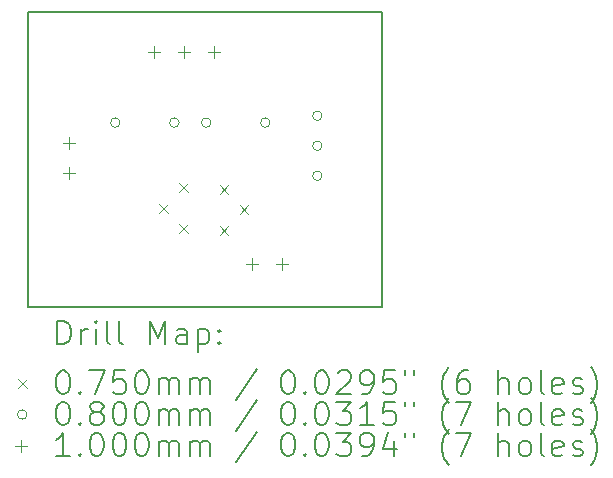
<source format=gbr>
%FSLAX45Y45*%
G04 Gerber Fmt 4.5, Leading zero omitted, Abs format (unit mm)*
G04 Created by KiCad (PCBNEW (6.0.4)) date 2022-04-19 23:10:41*
%MOMM*%
%LPD*%
G01*
G04 APERTURE LIST*
%TA.AperFunction,Profile*%
%ADD10C,0.150000*%
%TD*%
%ADD11C,0.200000*%
%ADD12C,0.075000*%
%ADD13C,0.080000*%
%ADD14C,0.100000*%
G04 APERTURE END LIST*
D10*
X9990000Y-6900000D02*
X12990000Y-6900000D01*
X12990000Y-6900000D02*
X12990000Y-9400000D01*
X12990000Y-9400000D02*
X9990000Y-9400000D01*
X9990000Y-9400000D02*
X9990000Y-6900000D01*
D11*
D12*
X11098500Y-8529500D02*
X11173500Y-8604500D01*
X11173500Y-8529500D02*
X11098500Y-8604500D01*
X11268500Y-8349500D02*
X11343500Y-8424500D01*
X11343500Y-8349500D02*
X11268500Y-8424500D01*
X11268500Y-8699500D02*
X11343500Y-8774500D01*
X11343500Y-8699500D02*
X11268500Y-8774500D01*
X11612500Y-8367500D02*
X11687500Y-8442500D01*
X11687500Y-8367500D02*
X11612500Y-8442500D01*
X11612500Y-8717500D02*
X11687500Y-8792500D01*
X11687500Y-8717500D02*
X11612500Y-8792500D01*
X11782500Y-8537500D02*
X11857500Y-8612500D01*
X11857500Y-8537500D02*
X11782500Y-8612500D01*
D13*
X10770000Y-7840000D02*
G75*
G03*
X10770000Y-7840000I-40000J0D01*
G01*
X11270000Y-7840000D02*
G75*
G03*
X11270000Y-7840000I-40000J0D01*
G01*
X11540000Y-7840000D02*
G75*
G03*
X11540000Y-7840000I-40000J0D01*
G01*
X12040000Y-7840000D02*
G75*
G03*
X12040000Y-7840000I-40000J0D01*
G01*
X12480000Y-7782000D02*
G75*
G03*
X12480000Y-7782000I-40000J0D01*
G01*
X12480000Y-8036000D02*
G75*
G03*
X12480000Y-8036000I-40000J0D01*
G01*
X12480000Y-8290000D02*
G75*
G03*
X12480000Y-8290000I-40000J0D01*
G01*
D14*
X10340000Y-7963500D02*
X10340000Y-8063500D01*
X10290000Y-8013500D02*
X10390000Y-8013500D01*
X10340000Y-8217500D02*
X10340000Y-8317500D01*
X10290000Y-8267500D02*
X10390000Y-8267500D01*
X11060000Y-7190000D02*
X11060000Y-7290000D01*
X11010000Y-7240000D02*
X11110000Y-7240000D01*
X11314000Y-7190000D02*
X11314000Y-7290000D01*
X11264000Y-7240000D02*
X11364000Y-7240000D01*
X11568000Y-7190000D02*
X11568000Y-7290000D01*
X11518000Y-7240000D02*
X11618000Y-7240000D01*
X11890000Y-8990000D02*
X11890000Y-9090000D01*
X11840000Y-9040000D02*
X11940000Y-9040000D01*
X12144000Y-8990000D02*
X12144000Y-9090000D01*
X12094000Y-9040000D02*
X12194000Y-9040000D01*
D11*
X10240119Y-9717976D02*
X10240119Y-9517976D01*
X10287738Y-9517976D01*
X10316310Y-9527500D01*
X10335357Y-9546548D01*
X10344881Y-9565595D01*
X10354405Y-9603690D01*
X10354405Y-9632262D01*
X10344881Y-9670357D01*
X10335357Y-9689405D01*
X10316310Y-9708452D01*
X10287738Y-9717976D01*
X10240119Y-9717976D01*
X10440119Y-9717976D02*
X10440119Y-9584643D01*
X10440119Y-9622738D02*
X10449643Y-9603690D01*
X10459167Y-9594167D01*
X10478214Y-9584643D01*
X10497262Y-9584643D01*
X10563929Y-9717976D02*
X10563929Y-9584643D01*
X10563929Y-9517976D02*
X10554405Y-9527500D01*
X10563929Y-9537024D01*
X10573452Y-9527500D01*
X10563929Y-9517976D01*
X10563929Y-9537024D01*
X10687738Y-9717976D02*
X10668690Y-9708452D01*
X10659167Y-9689405D01*
X10659167Y-9517976D01*
X10792500Y-9717976D02*
X10773452Y-9708452D01*
X10763929Y-9689405D01*
X10763929Y-9517976D01*
X11021071Y-9717976D02*
X11021071Y-9517976D01*
X11087738Y-9660833D01*
X11154405Y-9517976D01*
X11154405Y-9717976D01*
X11335357Y-9717976D02*
X11335357Y-9613214D01*
X11325833Y-9594167D01*
X11306786Y-9584643D01*
X11268690Y-9584643D01*
X11249643Y-9594167D01*
X11335357Y-9708452D02*
X11316309Y-9717976D01*
X11268690Y-9717976D01*
X11249643Y-9708452D01*
X11240119Y-9689405D01*
X11240119Y-9670357D01*
X11249643Y-9651310D01*
X11268690Y-9641786D01*
X11316309Y-9641786D01*
X11335357Y-9632262D01*
X11430595Y-9584643D02*
X11430595Y-9784643D01*
X11430595Y-9594167D02*
X11449643Y-9584643D01*
X11487738Y-9584643D01*
X11506786Y-9594167D01*
X11516309Y-9603690D01*
X11525833Y-9622738D01*
X11525833Y-9679881D01*
X11516309Y-9698929D01*
X11506786Y-9708452D01*
X11487738Y-9717976D01*
X11449643Y-9717976D01*
X11430595Y-9708452D01*
X11611548Y-9698929D02*
X11621071Y-9708452D01*
X11611548Y-9717976D01*
X11602024Y-9708452D01*
X11611548Y-9698929D01*
X11611548Y-9717976D01*
X11611548Y-9594167D02*
X11621071Y-9603690D01*
X11611548Y-9613214D01*
X11602024Y-9603690D01*
X11611548Y-9594167D01*
X11611548Y-9613214D01*
D12*
X9907500Y-10010000D02*
X9982500Y-10085000D01*
X9982500Y-10010000D02*
X9907500Y-10085000D01*
D11*
X10278214Y-9937976D02*
X10297262Y-9937976D01*
X10316310Y-9947500D01*
X10325833Y-9957024D01*
X10335357Y-9976071D01*
X10344881Y-10014167D01*
X10344881Y-10061786D01*
X10335357Y-10099881D01*
X10325833Y-10118929D01*
X10316310Y-10128452D01*
X10297262Y-10137976D01*
X10278214Y-10137976D01*
X10259167Y-10128452D01*
X10249643Y-10118929D01*
X10240119Y-10099881D01*
X10230595Y-10061786D01*
X10230595Y-10014167D01*
X10240119Y-9976071D01*
X10249643Y-9957024D01*
X10259167Y-9947500D01*
X10278214Y-9937976D01*
X10430595Y-10118929D02*
X10440119Y-10128452D01*
X10430595Y-10137976D01*
X10421071Y-10128452D01*
X10430595Y-10118929D01*
X10430595Y-10137976D01*
X10506786Y-9937976D02*
X10640119Y-9937976D01*
X10554405Y-10137976D01*
X10811548Y-9937976D02*
X10716310Y-9937976D01*
X10706786Y-10033214D01*
X10716310Y-10023690D01*
X10735357Y-10014167D01*
X10782976Y-10014167D01*
X10802024Y-10023690D01*
X10811548Y-10033214D01*
X10821071Y-10052262D01*
X10821071Y-10099881D01*
X10811548Y-10118929D01*
X10802024Y-10128452D01*
X10782976Y-10137976D01*
X10735357Y-10137976D01*
X10716310Y-10128452D01*
X10706786Y-10118929D01*
X10944881Y-9937976D02*
X10963929Y-9937976D01*
X10982976Y-9947500D01*
X10992500Y-9957024D01*
X11002024Y-9976071D01*
X11011548Y-10014167D01*
X11011548Y-10061786D01*
X11002024Y-10099881D01*
X10992500Y-10118929D01*
X10982976Y-10128452D01*
X10963929Y-10137976D01*
X10944881Y-10137976D01*
X10925833Y-10128452D01*
X10916310Y-10118929D01*
X10906786Y-10099881D01*
X10897262Y-10061786D01*
X10897262Y-10014167D01*
X10906786Y-9976071D01*
X10916310Y-9957024D01*
X10925833Y-9947500D01*
X10944881Y-9937976D01*
X11097262Y-10137976D02*
X11097262Y-10004643D01*
X11097262Y-10023690D02*
X11106786Y-10014167D01*
X11125833Y-10004643D01*
X11154405Y-10004643D01*
X11173452Y-10014167D01*
X11182976Y-10033214D01*
X11182976Y-10137976D01*
X11182976Y-10033214D02*
X11192500Y-10014167D01*
X11211548Y-10004643D01*
X11240119Y-10004643D01*
X11259167Y-10014167D01*
X11268690Y-10033214D01*
X11268690Y-10137976D01*
X11363928Y-10137976D02*
X11363928Y-10004643D01*
X11363928Y-10023690D02*
X11373452Y-10014167D01*
X11392500Y-10004643D01*
X11421071Y-10004643D01*
X11440119Y-10014167D01*
X11449643Y-10033214D01*
X11449643Y-10137976D01*
X11449643Y-10033214D02*
X11459167Y-10014167D01*
X11478214Y-10004643D01*
X11506786Y-10004643D01*
X11525833Y-10014167D01*
X11535357Y-10033214D01*
X11535357Y-10137976D01*
X11925833Y-9928452D02*
X11754405Y-10185595D01*
X12182976Y-9937976D02*
X12202024Y-9937976D01*
X12221071Y-9947500D01*
X12230595Y-9957024D01*
X12240119Y-9976071D01*
X12249643Y-10014167D01*
X12249643Y-10061786D01*
X12240119Y-10099881D01*
X12230595Y-10118929D01*
X12221071Y-10128452D01*
X12202024Y-10137976D01*
X12182976Y-10137976D01*
X12163928Y-10128452D01*
X12154405Y-10118929D01*
X12144881Y-10099881D01*
X12135357Y-10061786D01*
X12135357Y-10014167D01*
X12144881Y-9976071D01*
X12154405Y-9957024D01*
X12163928Y-9947500D01*
X12182976Y-9937976D01*
X12335357Y-10118929D02*
X12344881Y-10128452D01*
X12335357Y-10137976D01*
X12325833Y-10128452D01*
X12335357Y-10118929D01*
X12335357Y-10137976D01*
X12468690Y-9937976D02*
X12487738Y-9937976D01*
X12506786Y-9947500D01*
X12516309Y-9957024D01*
X12525833Y-9976071D01*
X12535357Y-10014167D01*
X12535357Y-10061786D01*
X12525833Y-10099881D01*
X12516309Y-10118929D01*
X12506786Y-10128452D01*
X12487738Y-10137976D01*
X12468690Y-10137976D01*
X12449643Y-10128452D01*
X12440119Y-10118929D01*
X12430595Y-10099881D01*
X12421071Y-10061786D01*
X12421071Y-10014167D01*
X12430595Y-9976071D01*
X12440119Y-9957024D01*
X12449643Y-9947500D01*
X12468690Y-9937976D01*
X12611548Y-9957024D02*
X12621071Y-9947500D01*
X12640119Y-9937976D01*
X12687738Y-9937976D01*
X12706786Y-9947500D01*
X12716309Y-9957024D01*
X12725833Y-9976071D01*
X12725833Y-9995119D01*
X12716309Y-10023690D01*
X12602024Y-10137976D01*
X12725833Y-10137976D01*
X12821071Y-10137976D02*
X12859167Y-10137976D01*
X12878214Y-10128452D01*
X12887738Y-10118929D01*
X12906786Y-10090357D01*
X12916309Y-10052262D01*
X12916309Y-9976071D01*
X12906786Y-9957024D01*
X12897262Y-9947500D01*
X12878214Y-9937976D01*
X12840119Y-9937976D01*
X12821071Y-9947500D01*
X12811548Y-9957024D01*
X12802024Y-9976071D01*
X12802024Y-10023690D01*
X12811548Y-10042738D01*
X12821071Y-10052262D01*
X12840119Y-10061786D01*
X12878214Y-10061786D01*
X12897262Y-10052262D01*
X12906786Y-10042738D01*
X12916309Y-10023690D01*
X13097262Y-9937976D02*
X13002024Y-9937976D01*
X12992500Y-10033214D01*
X13002024Y-10023690D01*
X13021071Y-10014167D01*
X13068690Y-10014167D01*
X13087738Y-10023690D01*
X13097262Y-10033214D01*
X13106786Y-10052262D01*
X13106786Y-10099881D01*
X13097262Y-10118929D01*
X13087738Y-10128452D01*
X13068690Y-10137976D01*
X13021071Y-10137976D01*
X13002024Y-10128452D01*
X12992500Y-10118929D01*
X13182976Y-9937976D02*
X13182976Y-9976071D01*
X13259167Y-9937976D02*
X13259167Y-9976071D01*
X13554405Y-10214167D02*
X13544881Y-10204643D01*
X13525833Y-10176071D01*
X13516309Y-10157024D01*
X13506786Y-10128452D01*
X13497262Y-10080833D01*
X13497262Y-10042738D01*
X13506786Y-9995119D01*
X13516309Y-9966548D01*
X13525833Y-9947500D01*
X13544881Y-9918929D01*
X13554405Y-9909405D01*
X13716309Y-9937976D02*
X13678214Y-9937976D01*
X13659167Y-9947500D01*
X13649643Y-9957024D01*
X13630595Y-9985595D01*
X13621071Y-10023690D01*
X13621071Y-10099881D01*
X13630595Y-10118929D01*
X13640119Y-10128452D01*
X13659167Y-10137976D01*
X13697262Y-10137976D01*
X13716309Y-10128452D01*
X13725833Y-10118929D01*
X13735357Y-10099881D01*
X13735357Y-10052262D01*
X13725833Y-10033214D01*
X13716309Y-10023690D01*
X13697262Y-10014167D01*
X13659167Y-10014167D01*
X13640119Y-10023690D01*
X13630595Y-10033214D01*
X13621071Y-10052262D01*
X13973452Y-10137976D02*
X13973452Y-9937976D01*
X14059167Y-10137976D02*
X14059167Y-10033214D01*
X14049643Y-10014167D01*
X14030595Y-10004643D01*
X14002024Y-10004643D01*
X13982976Y-10014167D01*
X13973452Y-10023690D01*
X14182976Y-10137976D02*
X14163928Y-10128452D01*
X14154405Y-10118929D01*
X14144881Y-10099881D01*
X14144881Y-10042738D01*
X14154405Y-10023690D01*
X14163928Y-10014167D01*
X14182976Y-10004643D01*
X14211548Y-10004643D01*
X14230595Y-10014167D01*
X14240119Y-10023690D01*
X14249643Y-10042738D01*
X14249643Y-10099881D01*
X14240119Y-10118929D01*
X14230595Y-10128452D01*
X14211548Y-10137976D01*
X14182976Y-10137976D01*
X14363928Y-10137976D02*
X14344881Y-10128452D01*
X14335357Y-10109405D01*
X14335357Y-9937976D01*
X14516309Y-10128452D02*
X14497262Y-10137976D01*
X14459167Y-10137976D01*
X14440119Y-10128452D01*
X14430595Y-10109405D01*
X14430595Y-10033214D01*
X14440119Y-10014167D01*
X14459167Y-10004643D01*
X14497262Y-10004643D01*
X14516309Y-10014167D01*
X14525833Y-10033214D01*
X14525833Y-10052262D01*
X14430595Y-10071310D01*
X14602024Y-10128452D02*
X14621071Y-10137976D01*
X14659167Y-10137976D01*
X14678214Y-10128452D01*
X14687738Y-10109405D01*
X14687738Y-10099881D01*
X14678214Y-10080833D01*
X14659167Y-10071310D01*
X14630595Y-10071310D01*
X14611548Y-10061786D01*
X14602024Y-10042738D01*
X14602024Y-10033214D01*
X14611548Y-10014167D01*
X14630595Y-10004643D01*
X14659167Y-10004643D01*
X14678214Y-10014167D01*
X14754405Y-10214167D02*
X14763928Y-10204643D01*
X14782976Y-10176071D01*
X14792500Y-10157024D01*
X14802024Y-10128452D01*
X14811548Y-10080833D01*
X14811548Y-10042738D01*
X14802024Y-9995119D01*
X14792500Y-9966548D01*
X14782976Y-9947500D01*
X14763928Y-9918929D01*
X14754405Y-9909405D01*
D13*
X9982500Y-10311500D02*
G75*
G03*
X9982500Y-10311500I-40000J0D01*
G01*
D11*
X10278214Y-10201976D02*
X10297262Y-10201976D01*
X10316310Y-10211500D01*
X10325833Y-10221024D01*
X10335357Y-10240071D01*
X10344881Y-10278167D01*
X10344881Y-10325786D01*
X10335357Y-10363881D01*
X10325833Y-10382929D01*
X10316310Y-10392452D01*
X10297262Y-10401976D01*
X10278214Y-10401976D01*
X10259167Y-10392452D01*
X10249643Y-10382929D01*
X10240119Y-10363881D01*
X10230595Y-10325786D01*
X10230595Y-10278167D01*
X10240119Y-10240071D01*
X10249643Y-10221024D01*
X10259167Y-10211500D01*
X10278214Y-10201976D01*
X10430595Y-10382929D02*
X10440119Y-10392452D01*
X10430595Y-10401976D01*
X10421071Y-10392452D01*
X10430595Y-10382929D01*
X10430595Y-10401976D01*
X10554405Y-10287690D02*
X10535357Y-10278167D01*
X10525833Y-10268643D01*
X10516310Y-10249595D01*
X10516310Y-10240071D01*
X10525833Y-10221024D01*
X10535357Y-10211500D01*
X10554405Y-10201976D01*
X10592500Y-10201976D01*
X10611548Y-10211500D01*
X10621071Y-10221024D01*
X10630595Y-10240071D01*
X10630595Y-10249595D01*
X10621071Y-10268643D01*
X10611548Y-10278167D01*
X10592500Y-10287690D01*
X10554405Y-10287690D01*
X10535357Y-10297214D01*
X10525833Y-10306738D01*
X10516310Y-10325786D01*
X10516310Y-10363881D01*
X10525833Y-10382929D01*
X10535357Y-10392452D01*
X10554405Y-10401976D01*
X10592500Y-10401976D01*
X10611548Y-10392452D01*
X10621071Y-10382929D01*
X10630595Y-10363881D01*
X10630595Y-10325786D01*
X10621071Y-10306738D01*
X10611548Y-10297214D01*
X10592500Y-10287690D01*
X10754405Y-10201976D02*
X10773452Y-10201976D01*
X10792500Y-10211500D01*
X10802024Y-10221024D01*
X10811548Y-10240071D01*
X10821071Y-10278167D01*
X10821071Y-10325786D01*
X10811548Y-10363881D01*
X10802024Y-10382929D01*
X10792500Y-10392452D01*
X10773452Y-10401976D01*
X10754405Y-10401976D01*
X10735357Y-10392452D01*
X10725833Y-10382929D01*
X10716310Y-10363881D01*
X10706786Y-10325786D01*
X10706786Y-10278167D01*
X10716310Y-10240071D01*
X10725833Y-10221024D01*
X10735357Y-10211500D01*
X10754405Y-10201976D01*
X10944881Y-10201976D02*
X10963929Y-10201976D01*
X10982976Y-10211500D01*
X10992500Y-10221024D01*
X11002024Y-10240071D01*
X11011548Y-10278167D01*
X11011548Y-10325786D01*
X11002024Y-10363881D01*
X10992500Y-10382929D01*
X10982976Y-10392452D01*
X10963929Y-10401976D01*
X10944881Y-10401976D01*
X10925833Y-10392452D01*
X10916310Y-10382929D01*
X10906786Y-10363881D01*
X10897262Y-10325786D01*
X10897262Y-10278167D01*
X10906786Y-10240071D01*
X10916310Y-10221024D01*
X10925833Y-10211500D01*
X10944881Y-10201976D01*
X11097262Y-10401976D02*
X11097262Y-10268643D01*
X11097262Y-10287690D02*
X11106786Y-10278167D01*
X11125833Y-10268643D01*
X11154405Y-10268643D01*
X11173452Y-10278167D01*
X11182976Y-10297214D01*
X11182976Y-10401976D01*
X11182976Y-10297214D02*
X11192500Y-10278167D01*
X11211548Y-10268643D01*
X11240119Y-10268643D01*
X11259167Y-10278167D01*
X11268690Y-10297214D01*
X11268690Y-10401976D01*
X11363928Y-10401976D02*
X11363928Y-10268643D01*
X11363928Y-10287690D02*
X11373452Y-10278167D01*
X11392500Y-10268643D01*
X11421071Y-10268643D01*
X11440119Y-10278167D01*
X11449643Y-10297214D01*
X11449643Y-10401976D01*
X11449643Y-10297214D02*
X11459167Y-10278167D01*
X11478214Y-10268643D01*
X11506786Y-10268643D01*
X11525833Y-10278167D01*
X11535357Y-10297214D01*
X11535357Y-10401976D01*
X11925833Y-10192452D02*
X11754405Y-10449595D01*
X12182976Y-10201976D02*
X12202024Y-10201976D01*
X12221071Y-10211500D01*
X12230595Y-10221024D01*
X12240119Y-10240071D01*
X12249643Y-10278167D01*
X12249643Y-10325786D01*
X12240119Y-10363881D01*
X12230595Y-10382929D01*
X12221071Y-10392452D01*
X12202024Y-10401976D01*
X12182976Y-10401976D01*
X12163928Y-10392452D01*
X12154405Y-10382929D01*
X12144881Y-10363881D01*
X12135357Y-10325786D01*
X12135357Y-10278167D01*
X12144881Y-10240071D01*
X12154405Y-10221024D01*
X12163928Y-10211500D01*
X12182976Y-10201976D01*
X12335357Y-10382929D02*
X12344881Y-10392452D01*
X12335357Y-10401976D01*
X12325833Y-10392452D01*
X12335357Y-10382929D01*
X12335357Y-10401976D01*
X12468690Y-10201976D02*
X12487738Y-10201976D01*
X12506786Y-10211500D01*
X12516309Y-10221024D01*
X12525833Y-10240071D01*
X12535357Y-10278167D01*
X12535357Y-10325786D01*
X12525833Y-10363881D01*
X12516309Y-10382929D01*
X12506786Y-10392452D01*
X12487738Y-10401976D01*
X12468690Y-10401976D01*
X12449643Y-10392452D01*
X12440119Y-10382929D01*
X12430595Y-10363881D01*
X12421071Y-10325786D01*
X12421071Y-10278167D01*
X12430595Y-10240071D01*
X12440119Y-10221024D01*
X12449643Y-10211500D01*
X12468690Y-10201976D01*
X12602024Y-10201976D02*
X12725833Y-10201976D01*
X12659167Y-10278167D01*
X12687738Y-10278167D01*
X12706786Y-10287690D01*
X12716309Y-10297214D01*
X12725833Y-10316262D01*
X12725833Y-10363881D01*
X12716309Y-10382929D01*
X12706786Y-10392452D01*
X12687738Y-10401976D01*
X12630595Y-10401976D01*
X12611548Y-10392452D01*
X12602024Y-10382929D01*
X12916309Y-10401976D02*
X12802024Y-10401976D01*
X12859167Y-10401976D02*
X12859167Y-10201976D01*
X12840119Y-10230548D01*
X12821071Y-10249595D01*
X12802024Y-10259119D01*
X13097262Y-10201976D02*
X13002024Y-10201976D01*
X12992500Y-10297214D01*
X13002024Y-10287690D01*
X13021071Y-10278167D01*
X13068690Y-10278167D01*
X13087738Y-10287690D01*
X13097262Y-10297214D01*
X13106786Y-10316262D01*
X13106786Y-10363881D01*
X13097262Y-10382929D01*
X13087738Y-10392452D01*
X13068690Y-10401976D01*
X13021071Y-10401976D01*
X13002024Y-10392452D01*
X12992500Y-10382929D01*
X13182976Y-10201976D02*
X13182976Y-10240071D01*
X13259167Y-10201976D02*
X13259167Y-10240071D01*
X13554405Y-10478167D02*
X13544881Y-10468643D01*
X13525833Y-10440071D01*
X13516309Y-10421024D01*
X13506786Y-10392452D01*
X13497262Y-10344833D01*
X13497262Y-10306738D01*
X13506786Y-10259119D01*
X13516309Y-10230548D01*
X13525833Y-10211500D01*
X13544881Y-10182929D01*
X13554405Y-10173405D01*
X13611548Y-10201976D02*
X13744881Y-10201976D01*
X13659167Y-10401976D01*
X13973452Y-10401976D02*
X13973452Y-10201976D01*
X14059167Y-10401976D02*
X14059167Y-10297214D01*
X14049643Y-10278167D01*
X14030595Y-10268643D01*
X14002024Y-10268643D01*
X13982976Y-10278167D01*
X13973452Y-10287690D01*
X14182976Y-10401976D02*
X14163928Y-10392452D01*
X14154405Y-10382929D01*
X14144881Y-10363881D01*
X14144881Y-10306738D01*
X14154405Y-10287690D01*
X14163928Y-10278167D01*
X14182976Y-10268643D01*
X14211548Y-10268643D01*
X14230595Y-10278167D01*
X14240119Y-10287690D01*
X14249643Y-10306738D01*
X14249643Y-10363881D01*
X14240119Y-10382929D01*
X14230595Y-10392452D01*
X14211548Y-10401976D01*
X14182976Y-10401976D01*
X14363928Y-10401976D02*
X14344881Y-10392452D01*
X14335357Y-10373405D01*
X14335357Y-10201976D01*
X14516309Y-10392452D02*
X14497262Y-10401976D01*
X14459167Y-10401976D01*
X14440119Y-10392452D01*
X14430595Y-10373405D01*
X14430595Y-10297214D01*
X14440119Y-10278167D01*
X14459167Y-10268643D01*
X14497262Y-10268643D01*
X14516309Y-10278167D01*
X14525833Y-10297214D01*
X14525833Y-10316262D01*
X14430595Y-10335310D01*
X14602024Y-10392452D02*
X14621071Y-10401976D01*
X14659167Y-10401976D01*
X14678214Y-10392452D01*
X14687738Y-10373405D01*
X14687738Y-10363881D01*
X14678214Y-10344833D01*
X14659167Y-10335310D01*
X14630595Y-10335310D01*
X14611548Y-10325786D01*
X14602024Y-10306738D01*
X14602024Y-10297214D01*
X14611548Y-10278167D01*
X14630595Y-10268643D01*
X14659167Y-10268643D01*
X14678214Y-10278167D01*
X14754405Y-10478167D02*
X14763928Y-10468643D01*
X14782976Y-10440071D01*
X14792500Y-10421024D01*
X14802024Y-10392452D01*
X14811548Y-10344833D01*
X14811548Y-10306738D01*
X14802024Y-10259119D01*
X14792500Y-10230548D01*
X14782976Y-10211500D01*
X14763928Y-10182929D01*
X14754405Y-10173405D01*
D14*
X9932500Y-10525500D02*
X9932500Y-10625500D01*
X9882500Y-10575500D02*
X9982500Y-10575500D01*
D11*
X10344881Y-10665976D02*
X10230595Y-10665976D01*
X10287738Y-10665976D02*
X10287738Y-10465976D01*
X10268690Y-10494548D01*
X10249643Y-10513595D01*
X10230595Y-10523119D01*
X10430595Y-10646929D02*
X10440119Y-10656452D01*
X10430595Y-10665976D01*
X10421071Y-10656452D01*
X10430595Y-10646929D01*
X10430595Y-10665976D01*
X10563929Y-10465976D02*
X10582976Y-10465976D01*
X10602024Y-10475500D01*
X10611548Y-10485024D01*
X10621071Y-10504071D01*
X10630595Y-10542167D01*
X10630595Y-10589786D01*
X10621071Y-10627881D01*
X10611548Y-10646929D01*
X10602024Y-10656452D01*
X10582976Y-10665976D01*
X10563929Y-10665976D01*
X10544881Y-10656452D01*
X10535357Y-10646929D01*
X10525833Y-10627881D01*
X10516310Y-10589786D01*
X10516310Y-10542167D01*
X10525833Y-10504071D01*
X10535357Y-10485024D01*
X10544881Y-10475500D01*
X10563929Y-10465976D01*
X10754405Y-10465976D02*
X10773452Y-10465976D01*
X10792500Y-10475500D01*
X10802024Y-10485024D01*
X10811548Y-10504071D01*
X10821071Y-10542167D01*
X10821071Y-10589786D01*
X10811548Y-10627881D01*
X10802024Y-10646929D01*
X10792500Y-10656452D01*
X10773452Y-10665976D01*
X10754405Y-10665976D01*
X10735357Y-10656452D01*
X10725833Y-10646929D01*
X10716310Y-10627881D01*
X10706786Y-10589786D01*
X10706786Y-10542167D01*
X10716310Y-10504071D01*
X10725833Y-10485024D01*
X10735357Y-10475500D01*
X10754405Y-10465976D01*
X10944881Y-10465976D02*
X10963929Y-10465976D01*
X10982976Y-10475500D01*
X10992500Y-10485024D01*
X11002024Y-10504071D01*
X11011548Y-10542167D01*
X11011548Y-10589786D01*
X11002024Y-10627881D01*
X10992500Y-10646929D01*
X10982976Y-10656452D01*
X10963929Y-10665976D01*
X10944881Y-10665976D01*
X10925833Y-10656452D01*
X10916310Y-10646929D01*
X10906786Y-10627881D01*
X10897262Y-10589786D01*
X10897262Y-10542167D01*
X10906786Y-10504071D01*
X10916310Y-10485024D01*
X10925833Y-10475500D01*
X10944881Y-10465976D01*
X11097262Y-10665976D02*
X11097262Y-10532643D01*
X11097262Y-10551690D02*
X11106786Y-10542167D01*
X11125833Y-10532643D01*
X11154405Y-10532643D01*
X11173452Y-10542167D01*
X11182976Y-10561214D01*
X11182976Y-10665976D01*
X11182976Y-10561214D02*
X11192500Y-10542167D01*
X11211548Y-10532643D01*
X11240119Y-10532643D01*
X11259167Y-10542167D01*
X11268690Y-10561214D01*
X11268690Y-10665976D01*
X11363928Y-10665976D02*
X11363928Y-10532643D01*
X11363928Y-10551690D02*
X11373452Y-10542167D01*
X11392500Y-10532643D01*
X11421071Y-10532643D01*
X11440119Y-10542167D01*
X11449643Y-10561214D01*
X11449643Y-10665976D01*
X11449643Y-10561214D02*
X11459167Y-10542167D01*
X11478214Y-10532643D01*
X11506786Y-10532643D01*
X11525833Y-10542167D01*
X11535357Y-10561214D01*
X11535357Y-10665976D01*
X11925833Y-10456452D02*
X11754405Y-10713595D01*
X12182976Y-10465976D02*
X12202024Y-10465976D01*
X12221071Y-10475500D01*
X12230595Y-10485024D01*
X12240119Y-10504071D01*
X12249643Y-10542167D01*
X12249643Y-10589786D01*
X12240119Y-10627881D01*
X12230595Y-10646929D01*
X12221071Y-10656452D01*
X12202024Y-10665976D01*
X12182976Y-10665976D01*
X12163928Y-10656452D01*
X12154405Y-10646929D01*
X12144881Y-10627881D01*
X12135357Y-10589786D01*
X12135357Y-10542167D01*
X12144881Y-10504071D01*
X12154405Y-10485024D01*
X12163928Y-10475500D01*
X12182976Y-10465976D01*
X12335357Y-10646929D02*
X12344881Y-10656452D01*
X12335357Y-10665976D01*
X12325833Y-10656452D01*
X12335357Y-10646929D01*
X12335357Y-10665976D01*
X12468690Y-10465976D02*
X12487738Y-10465976D01*
X12506786Y-10475500D01*
X12516309Y-10485024D01*
X12525833Y-10504071D01*
X12535357Y-10542167D01*
X12535357Y-10589786D01*
X12525833Y-10627881D01*
X12516309Y-10646929D01*
X12506786Y-10656452D01*
X12487738Y-10665976D01*
X12468690Y-10665976D01*
X12449643Y-10656452D01*
X12440119Y-10646929D01*
X12430595Y-10627881D01*
X12421071Y-10589786D01*
X12421071Y-10542167D01*
X12430595Y-10504071D01*
X12440119Y-10485024D01*
X12449643Y-10475500D01*
X12468690Y-10465976D01*
X12602024Y-10465976D02*
X12725833Y-10465976D01*
X12659167Y-10542167D01*
X12687738Y-10542167D01*
X12706786Y-10551690D01*
X12716309Y-10561214D01*
X12725833Y-10580262D01*
X12725833Y-10627881D01*
X12716309Y-10646929D01*
X12706786Y-10656452D01*
X12687738Y-10665976D01*
X12630595Y-10665976D01*
X12611548Y-10656452D01*
X12602024Y-10646929D01*
X12821071Y-10665976D02*
X12859167Y-10665976D01*
X12878214Y-10656452D01*
X12887738Y-10646929D01*
X12906786Y-10618357D01*
X12916309Y-10580262D01*
X12916309Y-10504071D01*
X12906786Y-10485024D01*
X12897262Y-10475500D01*
X12878214Y-10465976D01*
X12840119Y-10465976D01*
X12821071Y-10475500D01*
X12811548Y-10485024D01*
X12802024Y-10504071D01*
X12802024Y-10551690D01*
X12811548Y-10570738D01*
X12821071Y-10580262D01*
X12840119Y-10589786D01*
X12878214Y-10589786D01*
X12897262Y-10580262D01*
X12906786Y-10570738D01*
X12916309Y-10551690D01*
X13087738Y-10532643D02*
X13087738Y-10665976D01*
X13040119Y-10456452D02*
X12992500Y-10599310D01*
X13116309Y-10599310D01*
X13182976Y-10465976D02*
X13182976Y-10504071D01*
X13259167Y-10465976D02*
X13259167Y-10504071D01*
X13554405Y-10742167D02*
X13544881Y-10732643D01*
X13525833Y-10704071D01*
X13516309Y-10685024D01*
X13506786Y-10656452D01*
X13497262Y-10608833D01*
X13497262Y-10570738D01*
X13506786Y-10523119D01*
X13516309Y-10494548D01*
X13525833Y-10475500D01*
X13544881Y-10446929D01*
X13554405Y-10437405D01*
X13611548Y-10465976D02*
X13744881Y-10465976D01*
X13659167Y-10665976D01*
X13973452Y-10665976D02*
X13973452Y-10465976D01*
X14059167Y-10665976D02*
X14059167Y-10561214D01*
X14049643Y-10542167D01*
X14030595Y-10532643D01*
X14002024Y-10532643D01*
X13982976Y-10542167D01*
X13973452Y-10551690D01*
X14182976Y-10665976D02*
X14163928Y-10656452D01*
X14154405Y-10646929D01*
X14144881Y-10627881D01*
X14144881Y-10570738D01*
X14154405Y-10551690D01*
X14163928Y-10542167D01*
X14182976Y-10532643D01*
X14211548Y-10532643D01*
X14230595Y-10542167D01*
X14240119Y-10551690D01*
X14249643Y-10570738D01*
X14249643Y-10627881D01*
X14240119Y-10646929D01*
X14230595Y-10656452D01*
X14211548Y-10665976D01*
X14182976Y-10665976D01*
X14363928Y-10665976D02*
X14344881Y-10656452D01*
X14335357Y-10637405D01*
X14335357Y-10465976D01*
X14516309Y-10656452D02*
X14497262Y-10665976D01*
X14459167Y-10665976D01*
X14440119Y-10656452D01*
X14430595Y-10637405D01*
X14430595Y-10561214D01*
X14440119Y-10542167D01*
X14459167Y-10532643D01*
X14497262Y-10532643D01*
X14516309Y-10542167D01*
X14525833Y-10561214D01*
X14525833Y-10580262D01*
X14430595Y-10599310D01*
X14602024Y-10656452D02*
X14621071Y-10665976D01*
X14659167Y-10665976D01*
X14678214Y-10656452D01*
X14687738Y-10637405D01*
X14687738Y-10627881D01*
X14678214Y-10608833D01*
X14659167Y-10599310D01*
X14630595Y-10599310D01*
X14611548Y-10589786D01*
X14602024Y-10570738D01*
X14602024Y-10561214D01*
X14611548Y-10542167D01*
X14630595Y-10532643D01*
X14659167Y-10532643D01*
X14678214Y-10542167D01*
X14754405Y-10742167D02*
X14763928Y-10732643D01*
X14782976Y-10704071D01*
X14792500Y-10685024D01*
X14802024Y-10656452D01*
X14811548Y-10608833D01*
X14811548Y-10570738D01*
X14802024Y-10523119D01*
X14792500Y-10494548D01*
X14782976Y-10475500D01*
X14763928Y-10446929D01*
X14754405Y-10437405D01*
M02*

</source>
